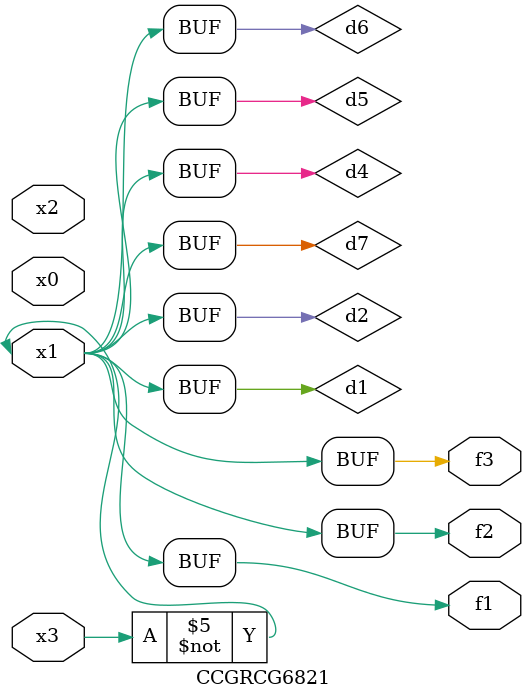
<source format=v>
module CCGRCG6821(
	input x0, x1, x2, x3,
	output f1, f2, f3
);

	wire d1, d2, d3, d4, d5, d6, d7;

	not (d1, x3);
	buf (d2, x1);
	xnor (d3, d1, d2);
	nor (d4, d1);
	buf (d5, d1, d2);
	buf (d6, d4, d5);
	nand (d7, d4);
	assign f1 = d6;
	assign f2 = d7;
	assign f3 = d6;
endmodule

</source>
